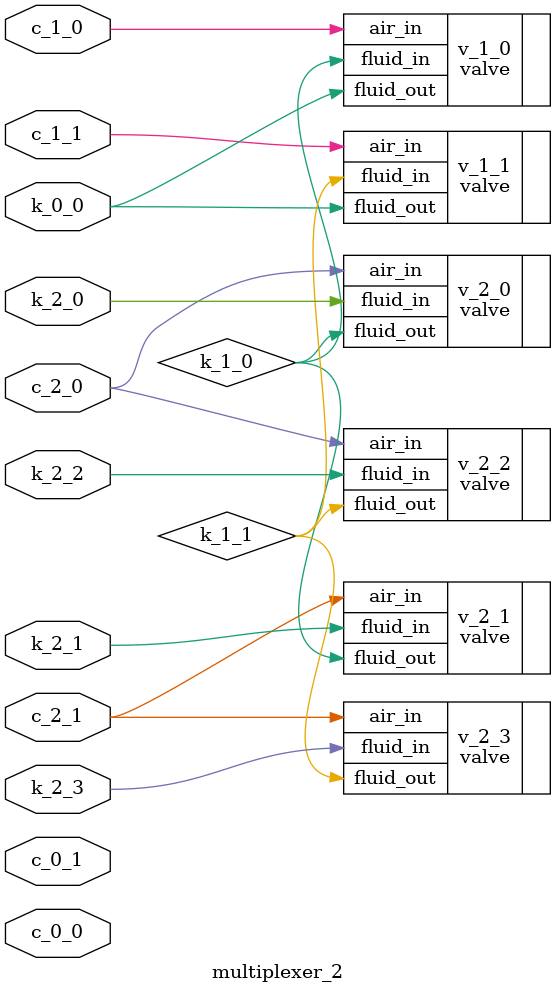
<source format=v>
module multiplexer_2 (
inout k_0_0,k_2_0,k_2_1,k_2_2,k_2_3,
input c_0_0, c_0_1,
input c_1_0, c_1_1,
input c_2_0, c_2_1
);
wire k_1_0,k_1_1;
valve v_1_0 (.fluid_in(k_1_0), .fluid_out(k_0_0), .air_in(c_1_0));
valve v_1_1 (.fluid_in(k_1_1), .fluid_out(k_0_0), .air_in(c_1_1));
valve v_2_0 (.fluid_in(k_2_0), .fluid_out(k_1_0), .air_in(c_2_0));
valve v_2_1 (.fluid_in(k_2_1), .fluid_out(k_1_0), .air_in(c_2_1));
valve v_2_2 (.fluid_in(k_2_2), .fluid_out(k_1_1), .air_in(c_2_0));
valve v_2_3 (.fluid_in(k_2_3), .fluid_out(k_1_1), .air_in(c_2_1));
endmodule

</source>
